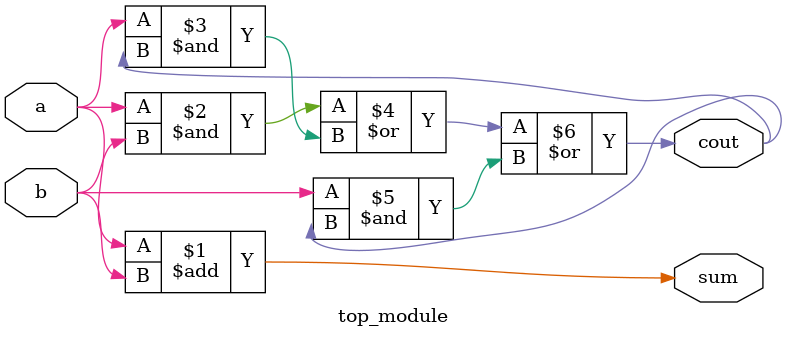
<source format=sv>
module top_module (
	input a,
	input b,
	output sum,
	output cout
);

	assign sum = a + b;
	assign cout = (a & b) | (a & cout) | (b & cout);
endmodule

</source>
